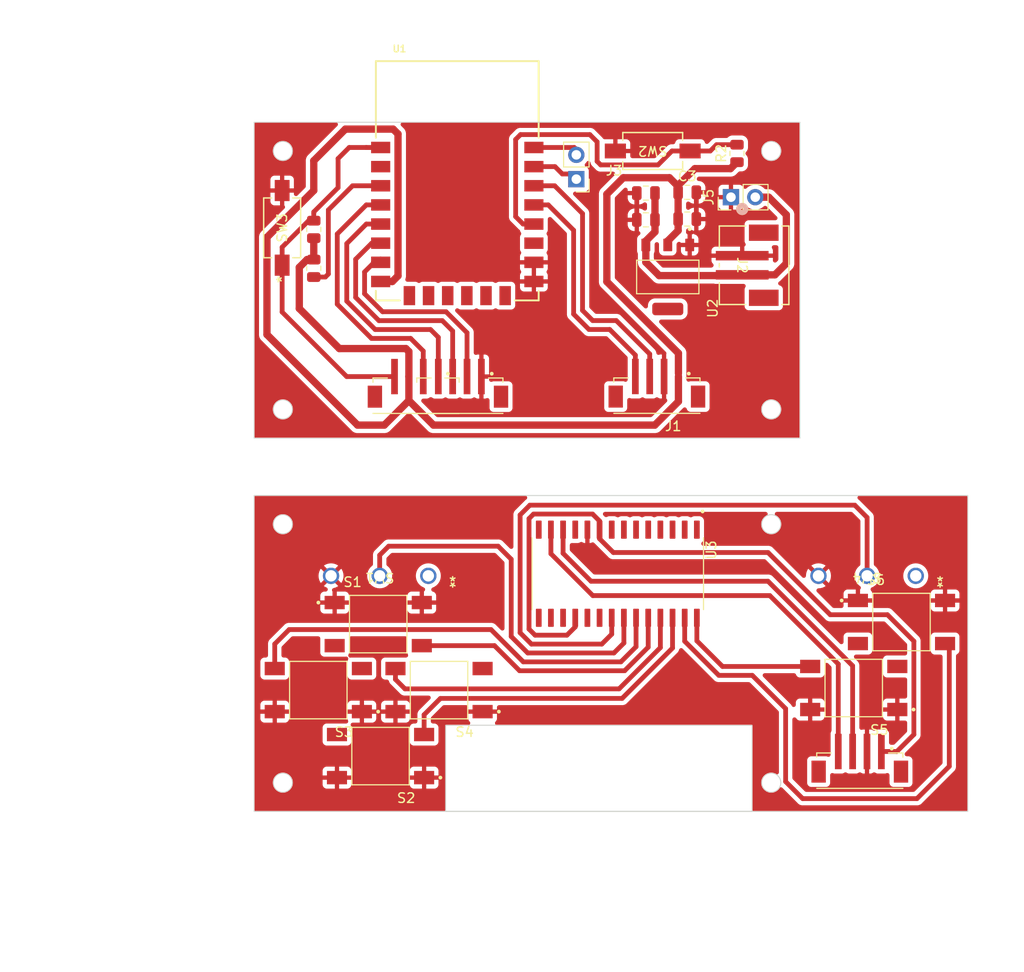
<source format=kicad_pcb>
(kicad_pcb (version 20221018) (generator pcbnew)
  (layers (0 "F.Cu" signal) (31 "B.Cu" signal) (34 "B.Paste" user) (35 "F.Paste" user) (36 "B.SilkS" user "B.Silkscreen") (37 "F.SilkS" user "F.Silkscreen") (38 "B.Mask" user) (39 "F.Mask" user) (44 "Edge.Cuts" user))
  (net 0 "")
  (net 1 "GND")
  (net 2 "VCC")
  (net 3 "/SCK_mcp")
  (net 4 "/SDA_mcp")
  (net 5 "Net-(J1-SHIELD-PadS1)")
  (net 6 "Net-(J3-Pin_1)")
  (net 7 "Net-(J3-Pin_2)")
  (net 8 "/boot")
  (net 9 "Net-(U1-EN)")
  (net 17 "/VIN")
  (net 18 "Net-(J4-SHIELD-PadS1)")
  (net 19 "/RST")
  (net 20 "/CS")
  (net 21 "/SCK_screen")
  (net 22 "/SDA_screen")
  (net 25 "/up")
  (net 26 "/down")
  (net 29 "/left")
  (net 30 "/right")
  (net 31 "/A")
  (net 32 "/B")
  (net 33 "/RL")
  (net 36 "/RR")
  (net 37 "/AO")
  (footprint "Capacitor_SMD:C_0805_2012Metric" (layer "F.Cu") (at 80.9098 32.4015)
    (fp_text reference "C2" hide)
    (fp_text value "C")
    (fp_line (start -0.261252 -0.735) (end 0.261252 -0.735) (stroke (width 0.12)) (layer "F.SilkS"))
    (fp_line (start -0.261252 0.735) (end 0.261252 0.735) (stroke (width 0.12)) (layer "F.SilkS"))
    (pad "1" smd roundrect (at -0.95 0) (size 1 1.45) (layers "F.Cu" "F.Paste" "F.Mask") (net 1 "GND"))
    (pad "2" smd roundrect (at 0.95 0) (size 1 1.45) (layers "F.Cu" "F.Paste" "F.Mask") (net 17 "/VIN"))
  )
  (footprint "esp_lib:JST_B4B-ZR-SM4-TFT_LF__SN_" (layer "F.Cu") (at 82.06 53.562 180)
    (fp_text reference "J1" (at -1.706 -3.2) (layer "F.SilkS"))
    (fp_text value "B4B-ZR-SM4-TFT_LF__SN_" hide)
    (fp_line (start -4.5 -1.85) (end 4.5 -1.85) (stroke (width 0.127)) (layer "F.SilkS"))
    (fp_line (start -4.5 1.4) (end -4.5 1.85) (stroke (width 0.127)) (layer "F.SilkS"))
    (fp_line (start -4.5 1.85) (end -3 1.85) (stroke (width 0.127)) (layer "F.SilkS"))
    (fp_line (start 4.5 1.4) (end 4.5 1.85) (stroke (width 0.127)) (layer "F.SilkS"))
    (fp_line (start 4.5 1.85) (end 3 1.85) (stroke (width 0.127)) (layer "F.SilkS"))
    (fp_circle (center -3.331 2.3) (end -3.231 2.3) (stroke (width 0.2)) (fill none) (layer "F.SilkS"))
    (pad "1" smd rect (at -2.25 2) (size 0.7 3.7) (layers "F.Cu" "F.Paste" "F.Mask") (net 2 "VCC"))
    (pad "2" smd rect (at -0.75 2) (size 0.7 3.7) (layers "F.Cu" "F.Paste" "F.Mask") (net 1 "GND"))
    (pad "3" smd rect (at 0.75 2) (size 0.7 3.7) (layers "F.Cu" "F.Paste" "F.Mask") (net 3 "/SCK_mcp"))
    (pad "4" smd rect (at 2.25 2) (size 0.7 3.7) (layers "F.Cu" "F.Paste" "F.Mask") (net 4 "/SDA_mcp"))
    (pad "S1" smd rect (at 4.3 -0.1) (size 1.5 2.3) (layers "F.Cu" "F.Paste" "F.Mask") (net 5 "Net-(J1-SHIELD-PadS1)"))
    (pad "S2" smd rect (at -4.3 -0.1) (size 1.5 2.3) (layers "F.Cu" "F.Paste" "F.Mask") (net 5 "Net-(J1-SHIELD-PadS1)"))
  )
  (footprint "esp_lib:switch_6" (layer "F.Cu") (at 46.7025 84.328 180)
    (fp_text reference "S3" (at -2.675 -4.385) (layer "F.SilkS"))
    (fp_text value "left")
    (fp_line (start -3 -3) (end -3 3) (stroke (width 0.127)) (layer "F.SilkS"))
    (fp_line (start -3 3) (end 3 3) (stroke (width 0.127)) (layer "F.SilkS"))
    (fp_line (start 3 -3) (end -3 -3) (stroke (width 0.127)) (layer "F.SilkS"))
    (fp_line (start 3 3) (end 3 -3) (stroke (width 0.127)) (layer "F.SilkS"))
    (fp_circle (center -6.25 -2.25) (end -6.15 -2.25) (stroke (width 0.2)) (fill none) (layer "F.SilkS"))
    (pad "1" smd rect (at -4.55 -2.25 180) (size 2.1 1.4) (layers "F.Cu" "F.Paste" "F.Mask") (net 1 "GND"))
    (pad "2" smd rect (at -4.55 2.25 180) (size 2.1 1.4) (layers "F.Cu" "F.Paste" "F.Mask"))
    (pad "3" smd rect (at 4.55 -2.25 180) (size 2.1 1.4) (layers "F.Cu" "F.Paste" "F.Mask") (net 1 "GND"))
    (pad "4" smd rect (at 4.55 2.25 180) (size 2.1 1.4) (layers "F.Cu" "F.Paste" "F.Mask") (net 29 "/left"))
  )
  (footprint "esp_lib:B7B-ZR-SM4-TBLFSN_JST" (layer "F.Cu") (at 59.2332 51.8242 180)
    (fp_text reference "J6" hide)
    (fp_text value "B7B-ZR-SM4-TFT_LF__SN_")
    (fp_line (start -6.75 -3.596) (end 2.25 -3.596) (stroke (width 0.127)) (layer "F.SilkS"))
    (fp_line (start -6.75 -0.346) (end -6.75 0.104) (stroke (width 0.127)) (layer "F.SilkS"))
    (fp_line (start -6.75 0.104) (end -5.25 0.104) (stroke (width 0.127)) (layer "F.SilkS"))
    (fp_line (start -2.178 -3.596) (end 6.822 -3.596) (stroke (width 0.127)) (layer "F.SilkS"))
    (fp_line (start -2.178 -0.346) (end -2.178 0.104) (stroke (width 0.127)) (layer "F.SilkS"))
    (fp_line (start -2.178 0.104) (end -0.678 0.104) (stroke (width 0.127)) (layer "F.SilkS"))
    (fp_line (start 2.25 -0.346) (end 2.25 0.104) (stroke (width 0.127)) (layer "F.SilkS"))
    (fp_line (start 2.25 0.104) (end 0.75 0.104) (stroke (width 0.127)) (layer "F.SilkS"))
    (fp_line (start 6.822 -0.346) (end 6.822 0.104) (stroke (width 0.127)) (layer "F.SilkS"))
    (fp_line (start 6.822 0.104) (end 5.322 0.104) (stroke (width 0.127)) (layer "F.SilkS"))
    (fp_circle (center -5.581 0.554) (end -5.481 0.554) (stroke (width 0.2)) (fill none) (layer "F.SilkS"))
    (fp_circle (center -1.009 0.554) (end -0.909 0.554) (stroke (width 0.2)) (fill none) (layer "F.SilkS"))
    (pad "1" smd rect (at -4.5 0.254) (size 0.7 3.7) (layers "F.Cu" "F.Paste" "F.Mask") (net 1 "GND"))
    (pad "2" smd rect (at -3 0.254) (size 0.7 3.7) (layers "F.Cu" "F.Paste" "F.Mask") (net 21 "/SCK_screen"))
    (pad "3" smd rect (at -1.5 0.254) (size 0.7 3.7) (layers "F.Cu" "F.Paste" "F.Mask") (net 20 "/CS"))
    (pad "4" smd rect (at 0 0.254) (size 0.7 3.7) (layers "F.Cu" "F.Paste" "F.Mask") (net 22 "/SDA_screen"))
    (pad "5" smd rect (at 1.572 0.254) (size 0.7 3.7) (layers "F.Cu" "F.Paste" "F.Mask") (net 37 "/AO"))
    (pad "6" smd rect (at 3.072 0.254) (size 0.7 3.7) (layers "F.Cu" "F.Paste" "F.Mask") (net 2 "VCC"))
    (pad "7" smd rect (at 4.572 0.254) (size 0.7 3.7) (layers "F.Cu" "F.Paste" "F.Mask") (net 19 "/RST"))
    (pad "S1" smd rect (at 6.622 -1.846) (size 1.5 2.3) (layers "F.Cu" "F.Paste" "F.Mask"))
    (pad "S2" smd rect (at -6.55 -1.846) (size 1.5 2.3) (layers "F.Cu" "F.Paste" "F.Mask"))
  )
  (footprint "esp_lib:ESP-12F" (layer "F.Cu") (at 61.214 31.115)
    (fp_text reference "U1" (at -6.03654 -13.788698) (layer "F.SilkS") (effects (font (size 0.700469 0.700469))))
    (fp_text value "ESP-12F")
    (fp_line (start -8.5 -12.5) (end -8.5 -4.5) (stroke (width 0.2)) (layer "F.SilkS"))
    (fp_line (start -8.5 -12.5) (end 8.5 -12.5) (stroke (width 0.2)) (layer "F.SilkS"))
    (fp_line (start -8.5 11.5) (end -8.5 12.5) (stroke (width 0.2)) (layer "F.SilkS"))
    (fp_line (start -8.5 12.5) (end -6 12.5) (stroke (width 0.2)) (layer "F.SilkS"))
    (fp_line (start 8.5 -12.5) (end 8.5 -4.5) (stroke (width 0.2)) (layer "F.SilkS"))
    (fp_line (start 8.5 12.5) (end 6 12.5) (stroke (width 0.2)) (layer "F.SilkS"))
    (fp_line (start 8.5 12.5) (end 8.5 11.5) (stroke (width 0.2)) (layer "F.SilkS"))
    (pad "1" smd rect (at -8 -3.48) (size 2 1.2) (layers "F.Cu" "F.Paste" "F.Mask") (net 19 "/RST"))
    (pad "2" smd rect (at -8 -1.48) (size 2 1.2) (layers "F.Cu" "F.Paste" "F.Mask"))
    (pad "3" smd rect (at -8 0.52) (size 2 1.2) (layers "F.Cu" "F.Paste" "F.Mask") (net 9 "Net-(U1-EN)"))
    (pad "4" smd rect (at -8 2.52) (size 2 1.2) (layers "F.Cu" "F.Paste" "F.Mask") (net 37 "/AO"))
    (pad "5" smd rect (at -8 4.52) (size 2 1.2) (layers "F.Cu" "F.Paste" "F.Mask") (net 22 "/SDA_screen"))
    (pad "6" smd rect (at -8 6.52) (size 2 1.2) (layers "F.Cu" "F.Paste" "F.Mask") (net 20 "/CS"))
    (pad "7" smd rect (at -8 8.52) (size 2 1.2) (layers "F.Cu" "F.Paste" "F.Mask") (net 21 "/SCK_screen"))
    (pad "8" smd rect (at -8 10.52) (size 2 1.2) (layers "F.Cu" "F.Paste" "F.Mask") (net 2 "VCC"))
    (pad "9" smd rect (at -5 12 90) (size 2 1.2) (layers "F.Cu" "F.Paste" "F.Mask"))
    (pad "10" smd rect (at -3 12 90) (size 2 1.2) (layers "F.Cu" "F.Paste" "F.Mask"))
    (pad "11" smd rect (at -1 12 90) (size 2 1.2) (layers "F.Cu" "F.Paste" "F.Mask"))
    (pad "12" smd rect (at 1 12 90) (size 2 1.2) (layers "F.Cu" "F.Paste" "F.Mask"))
    (pad "13" smd rect (at 3 12 90) (size 2 1.2) (layers "F.Cu" "F.Paste" "F.Mask"))
    (pad "14" smd rect (at 5 12 90) (size 2 1.2) (layers "F.Cu" "F.Paste" "F.Mask"))
    (pad "15" smd rect (at 8 10.52) (size 2 1.2) (layers "F.Cu" "F.Paste" "F.Mask") (net 1 "GND"))
    (pad "16" smd rect (at 8 8.52) (size 2 1.2) (layers "F.Cu" "F.Paste" "F.Mask") (net 1 "GND"))
    (pad "17" smd rect (at 8 6.52) (size 2 1.2) (layers "F.Cu" "F.Paste" "F.Mask"))
    (pad "18" smd rect (at 8 4.52) (size 2 1.2) (layers "F.Cu" "F.Paste" "F.Mask") (net 8 "/boot"))
    (pad "19" smd rect (at 8 2.52) (size 2 1.2) (layers "F.Cu" "F.Paste" "F.Mask") (net 4 "/SDA_mcp"))
    (pad "20" smd rect (at 8 0.52) (size 2 1.2) (layers "F.Cu" "F.Paste" "F.Mask") (net 3 "/SCK_mcp"))
    (pad "21" smd rect (at 8 -1.48) (size 2 1.2) (layers "F.Cu" "F.Paste" "F.Mask") (net 6 "Net-(J3-Pin_1)"))
    (pad "22" smd rect (at 8 -3.48) (size 2 1.2) (layers "F.Cu" "F.Paste" "F.Mask") (net 7 "Net-(J3-Pin_2)"))
  )
  (footprint "esp_lib:RS-282G05A3-SM RT_CNK" (layer "F.Cu") (at 42.926 36.031698 90)
    (fp_text reference "SW3" (at 0 0 90 unlocked) (layer "F.SilkS"))
    (fp_text value "RS-282G05A3-SM RT")
    (fp_text user "*" (at -5.3866 0 90 unlocked) (layer "F.SilkS"))
    (fp_text user "*" (at -5.3866 0 90) (layer "F.SilkS"))
    (fp_line (start -3.1242 -1.9304) (end -3.1242 -1.10744) (stroke (width 0.1524)) (layer "F.SilkS"))
    (fp_line (start -3.1242 1.10744) (end -3.1242 1.9304) (stroke (width 0.1524)) (layer "F.SilkS"))
    (fp_line (start -3.1242 1.9304) (end 3.1242 1.9304) (stroke (width 0.1524)) (layer "F.SilkS"))
    (fp_line (start 3.1242 -1.9304) (end -3.1242 -1.9304) (stroke (width 0.1524)) (layer "F.SilkS"))
    (fp_line (start 3.1242 -1.10744) (end 3.1242 -1.9304) (stroke (width 0.1524)) (layer "F.SilkS"))
    (fp_line (start 3.1242 1.9304) (end 3.1242 1.10744) (stroke (width 0.1524)) (layer "F.SilkS"))
    (pad "1" smd rect (at -3.900698 0 90) (size 2.2098 1.5494) (layers "F.Cu" "F.Paste" "F.Mask") (net 19 "/RST"))
    (pad "2" smd rect (at 3.900698 0 90) (size 2.2098 1.5494) (layers "F.Cu" "F.Paste" "F.Mask") (net 1 "GND"))
  )
  (footprint "esp_lib:D2FS-FL-N-A_OMR" (layer "F.Cu") (at 58.1914 72.39 180)
    (fp_text reference "SW1" (at 5.08 -0.199898 180 unlocked) (layer "F.SilkS"))
    (fp_text value "D2FS-FL-N-A")
    (fp_text user "*" (at -2.54 -0.635 180 unlocked) (layer "F.SilkS"))
    (fp_text user "*" (at -2.54 -0.635) (layer "F.SilkS"))
    (pad "1" thru_hole circle (at 0 0 180) (size 1.7018 1.7018) (drill 1.1938) (layers "*.Cu" "*.Mask"))
    (pad "2" thru_hole circle (at 5.08 0 180) (size 1.7018 1.7018) (drill 1.1938) (layers "*.Cu" "*.Mask") (net 33 "/RL"))
    (pad "3" thru_hole circle (at 10.16 0 180) (size 1.7018 1.7018) (drill 1.1938) (layers "*.Cu" "*.Mask") (net 1 "GND"))
  )
  (footprint "esp_lib:switch_6" (layer "F.Cu") (at 53.2015 91.222 180)
    (fp_text reference "S2" (at -2.675 -4.385) (layer "F.SilkS"))
    (fp_text value "down")
    (fp_line (start -3 -3) (end -3 3) (stroke (width 0.127)) (layer "F.SilkS"))
    (fp_line (start -3 3) (end 3 3) (stroke (width 0.127)) (layer "F.SilkS"))
    (fp_line (start 3 -3) (end -3 -3) (stroke (width 0.127)) (layer "F.SilkS"))
    (fp_line (start 3 3) (end 3 -3) (stroke (width 0.127)) (layer "F.SilkS"))
    (fp_circle (center -6.25 -2.25) (end -6.15 -2.25) (stroke (width 0.2)) (fill none) (layer "F.SilkS"))
    (pad "1" smd rect (at -4.55 -2.25 180) (size 2.1 1.4) (layers "F.Cu" "F.Paste" "F.Mask") (net 1 "GND"))
    (pad "2" smd rect (at -4.55 2.25 180) (size 2.1 1.4) (layers "F.Cu" "F.Paste" "F.Mask") (net 26 "/down"))
    (pad "3" smd rect (at 4.55 -2.25 180) (size 2.1 1.4) (layers "F.Cu" "F.Paste" "F.Mask") (net 1 "GND"))
    (pad "4" smd rect (at 4.55 2.25 180) (size 2.1 1.4) (layers "F.Cu" "F.Paste" "F.Mask"))
  )
  (footprint "Resistor_SMD:R_0805_2012Metric" (layer "F.Cu") (at 90.424 28.256 90)
    (fp_text reference "R2" (at 0 -1.65 90) (layer "F.SilkS"))
    (fp_text value "R")
    (fp_line (start -0.227064 -0.735) (end 0.227064 -0.735) (stroke (width 0.12)) (layer "F.SilkS"))
    (fp_line (start -0.227064 0.735) (end 0.227064 0.735) (stroke (width 0.12)) (layer "F.SilkS"))
    (pad "1" smd roundrect (at -0.9125 0 90) (size 1.025 1.4) (layers "F.Cu" "F.Paste" "F.Mask") (roundrect_rratio 0.243902439) (net 2 "VCC"))
    (pad "2" smd roundrect (at 0.9125 0 90) (size 1.025 1.4) (layers "F.Cu" "F.Paste" "F.Mask") (roundrect_rratio 0.243902439) (net 8 "/boot"))
  )
  (footprint "Connector_PinHeader_2.54mm:PinHeader_1x02_P2.54mm_Vertical" (layer "F.Cu") (at 89.7948 32.828 90)
    (fp_text reference "J5" (at 0 -2.33 90) (layer "F.SilkS"))
    (fp_text value "Conn_01x02_Pin")
    (fp_line (start -1.33 -1.33) (end 0 -1.33) (stroke (width 0.12)) (layer "F.SilkS"))
    (fp_line (start -1.33 0) (end -1.33 -1.33) (stroke (width 0.12)) (layer "F.SilkS"))
    (fp_line (start -1.33 1.27) (end -1.33 3.87) (stroke (width 0.12)) (layer "F.SilkS"))
    (fp_line (start -1.33 1.27) (end 1.33 1.27) (stroke (width 0.12)) (layer "F.SilkS"))
    (fp_line (start -1.33 3.87) (end 1.33 3.87) (stroke (width 0.12)) (layer "F.SilkS"))
    (fp_line (start 1.33 1.27) (end 1.33 3.87) (stroke (width 0.12)) (layer "F.SilkS"))
    (pad "1" thru_hole rect (at 0 0 90) (size 1.7 1.7) (drill 1) (layers "*.Cu" "*.Mask") (net 1 "GND"))
    (pad "2" thru_hole oval (at 0 2.54 90) (size 1.7 1.7) (drill 1) (layers "*.Cu" "*.Mask") (net 17 "/VIN"))
  )
  (footprint "Resistor_SMD:R_0805_2012Metric" (layer "F.Cu") (at 46.228 36.195 -90)
    (fp_text reference "R1" hide)
    (fp_text value "R" hide)
    (fp_line (start -0.227064 -0.735) (end 0.227064 -0.735) (stroke (width 0.12)) (layer "F.SilkS"))
    (fp_line (start -0.227064 0.735) (end 0.227064 0.735) (stroke (width 0.12)) (layer "F.SilkS"))
    (pad "1" smd roundrect (at -0.9125 0 270) (size 1.025 1.4) (layers "F.Cu" "F.Paste" "F.Mask") (roundrect_rratio 0.243902439) (net 19 "/RST"))
    (pad "2" smd roundrect (at 0.9125 0 270) (size 1.025 1.4) (layers "F.Cu" "F.Paste" "F.Mask") (roundrect_rratio 0.243902439) (net 2 "VCC"))
  )
  (footprint "esp_lib:MCP23017" (layer "F.Cu") (at 77.978 72.169 -90)
    (fp_text reference "U3" (at -2.475 -9.762 -270) (layer "F.SilkS"))
    (fp_text value "MCP23017-E_SO")
    (fp_line (start -3.75 -8.95) (end 3.75 -8.95) (stroke (width 0.127)) (layer "F.SilkS"))
    (fp_line (start -3.75 8.95) (end 3.75 8.95) (stroke (width 0.127)) (layer "F.SilkS"))
    (fp_circle (center -6.505 -8.855) (end -6.405 -8.855) (stroke (width 0.2)) (fill none) (layer "F.SilkS"))
    (pad "1" smd roundrect (at -4.605 -8.255 270) (size 1.9 0.6) (layers "F.Cu" "F.Paste" "F.Mask") (roundrect_rratio 0.125))
    (pad "2" smd roundrect (at -4.605 -6.985 270) (size 1.9 0.6) (layers "F.Cu" "F.Paste" "F.Mask") (roundrect_rratio 0.125))
    (pad "3" smd roundrect (at -4.605 -5.715 270) (size 1.9 0.6) (layers "F.Cu" "F.Paste" "F.Mask") (roundrect_rratio 0.125))
    (pad "4" smd roundrect (at -4.605 -4.445 270) (size 1.9 0.6) (layers "F.Cu" "F.Paste" "F.Mask") (roundrect_rratio 0.125))
    (pad "5" smd roundrect (at -4.605 -3.175 270) (size 1.9 0.6) (layers "F.Cu" "F.Paste" "F.Mask") (roundrect_rratio 0.125))
    (pad "6" smd roundrect (at -4.605 -1.905 270) (size 1.9 0.6) (layers "F.Cu" "F.Paste" "F.Mask") (roundrect_rratio 0.125))
    (pad "7" smd roundrect (at -4.605 -0.635 270) (size 1.9 0.6) (layers "F.Cu" "F.Paste" "F.Mask") (roundrect_rratio 0.125))
    (pad "8" smd roundrect (at -4.605 0.635 270) (size 1.9 0.6) (layers "F.Cu" "F.Paste" "F.Mask") (roundrect_rratio 0.125))
    (pad "9" smd roundrect (at -4.605 1.905 270) (size 1.9 0.6) (layers "F.Cu" "F.Paste" "F.Mask") (roundrect_rratio 0.125) (net 2 "VCC"))
    (pad "10" smd roundrect (at -4.605 3.175 270) (size 1.9 0.6) (layers "F.Cu" "F.Paste" "F.Mask") (roundrect_rratio 0.125) (net 1 "GND"))
    (pad "11" smd roundrect (at -4.605 4.445 270) (size 1.9 0.6) (layers "F.Cu" "F.Paste" "F.Mask") (roundrect_rratio 0.125))
    (pad "12" smd roundrect (at -4.605 5.715 270) (size 1.9 0.6) (layers "F.Cu" "F.Paste" "F.Mask") (roundrect_rratio 0.125) (net 3 "/SCK_mcp"))
    (pad "13" smd roundrect (at -4.605 6.985 270) (size 1.9 0.6) (layers "F.Cu" "F.Paste" "F.Mask") (roundrect_rratio 0.125) (net 4 "/SDA_mcp"))
    (pad "14" smd roundrect (at -4.605 8.255 270) (size 1.9 0.6) (layers "F.Cu" "F.Paste" "F.Mask") (roundrect_rratio 0.125))
    (pad "15" smd roundrect (at 4.605 8.255 270) (size 1.9 0.6) (layers "F.Cu" "F.Paste" "F.Mask") (roundrect_rratio 0.125))
    (pad "16" smd roundrect (at 4.605 6.985 270) (size 1.9 0.6) (layers "F.Cu" "F.Paste" "F.Mask") (roundrect_rratio 0.125))
    (pad "17" smd roundrect (at 4.605 5.715 270) (size 1.9 0.6) (layers "F.Cu" "F.Paste" "F.Mask") (roundrect_rratio 0.125))
    (pad "18" smd roundrect (at 4.605 4.445 270) (size 1.9 0.6) (layers "F.Cu" "F.Paste" "F.Mask") (roundrect_rratio 0.125) (net 2 "VCC"))
    (pad "19" smd roundrect (at 4.605 3.175 270) (size 1.9 0.6) (layers "F.Cu" "F.Paste" "F.Mask") (roundrect_rratio 0.125))
    (pad "20" smd roundrect (at 4.605 1.905 270) (size 1.9 0.6) (layers "F.Cu" "F.Paste" "F.Mask") (roundrect_rratio 0.125))
    (pad "21" smd roundrect (at 4.605 0.635 270) (size 1.9 0.6) (layers "F.Cu" "F.Paste" "F.Mask") (roundrect_rratio 0.125) (net 36 "/RR"))
    (pad "22" smd roundrect (at 4.605 -0.635 270) (size 1.9 0.6) (layers "F.Cu" "F.Paste" "F.Mask") (roundrect_rratio 0.125) (net 33 "/RL"))
    (pad "23" smd roundrect (at 4.605 -1.905 270) (size 1.9 0.6) (layers "F.Cu" "F.Paste" "F.Mask") (roundrect_rratio 0.125) (net 29 "/left"))
    (pad "24" smd roundrect (at 4.605 -3.175 270) (size 1.9 0.6) (layers "F.Cu" "F.Paste" "F.Mask") (roundrect_rratio 0.125) (net 25 "/up"))
    (pad "25" smd roundrect (at 4.605 -4.445 270) (size 1.9 0.6) (layers "F.Cu" "F.Paste" "F.Mask") (roundrect_rratio 0.125) (net 30 "/right"))
    (pad "26" smd roundrect (at 4.605 -5.715 270) (size 1.9 0.6) (layers "F.Cu" "F.Paste" "F.Mask") (roundrect_rratio 0.125) (net 26 "/down"))
    (pad "27" smd roundrect (at 4.605 -6.985 270) (size 1.9 0.6) (layers "F.Cu" "F.Paste" "F.Mask") (roundrect_rratio 0.125) (net 32 "/B"))
    (pad "28" smd roundrect (at 4.605 -8.255 270) (size 1.9 0.6) (layers "F.Cu" "F.Paste" "F.Mask") (roundrect_rratio 0.125) (net 31 "/A"))
  )
  (footprint "Capacitor_SMD:C_0805_2012Metric" (layer "F.Cu") (at 85.2278 32.32)
    (fp_text reference "C3" (at 0 -1.68) (layer "F.SilkS"))
    (fp_text value "C")
    (fp_line (start -0.261252 -0.735) (end 0.261252 -0.735) (stroke (width 0.12)) (layer "F.SilkS"))
    (fp_line (start -0.261252 0.735) (end 0.261252 0.735) (stroke (width 0.12)) (layer "F.SilkS"))
    (pad "1" smd roundrect (at -0.95 0) (size 1 1.45) (layers "F.Cu" "F.Paste" "F.Mask") (net 2 "VCC"))
    (pad "2" smd roundrect (at 0.95 0) (size 1 1.45) (layers "F.Cu" "F.Paste" "F.Mask") (net 1 "GND"))
  )
  (footprint "esp_lib:switch_6" (layer "F.Cu") (at 59.309 84.328 180)
    (fp_text reference "S4" (at -2.675 -4.385) (layer "F.SilkS"))
    (fp_text value "right" hide)
    (fp_line (start -3 -3) (end -3 3) (stroke (width 0.127)) (layer "F.SilkS"))
    (fp_line (start -3 3) (end 3 3) (stroke (width 0.127)) (layer "F.SilkS"))
    (fp_line (start 3 -3) (end -3 -3) (stroke (width 0.127)) (layer "F.SilkS"))
    (fp_line (start 3 3) (end 3 -3) (stroke (width 0.127)) (layer "F.SilkS"))
    (fp_circle (center -6.25 -2.25) (end -6.15 -2.25) (stroke (width 0.2)) (fill none) (layer "F.SilkS"))
    (pad "1" smd rect (at -4.55 -2.25 180) (size 2.1 1.4) (layers "F.Cu" "F.Paste" "F.Mask") (net 1 "GND"))
    (pad "2" smd rect (at -4.55 2.25 180) (size 2.1 1.4) (layers "F.Cu" "F.Paste" "F.Mask"))
    (pad "3" smd rect (at 4.55 -2.25 180) (size 2.1 1.4) (layers "F.Cu" "F.Paste" "F.Mask") (net 1 "GND"))
    (pad "4" smd rect (at 4.55 2.25 180) (size 2.1 1.4) (layers "F.Cu" "F.Paste" "F.Mask") (net 30 "/right"))
  )
  (footprint "esp_lib:SOT229P700X180-4N" (layer "F.Cu") (at 83.1958 41.1645 -90)
    (fp_text reference "U2" (at 3.2755 -4.695 90) (layer "F.SilkS"))
    (fp_text value "AMS1117-3.3" hide)
    (fp_line (start -1.7525 -3.2525) (end 1.7525 -3.2525) (stroke (width 0.127)) (layer "F.SilkS"))
    (fp_line (start -1.7525 3.2525) (end -1.7525 -3.2525) (stroke (width 0.127)) (layer "F.SilkS"))
    (fp_line (start 1.7525 -3.2525) (end 1.7525 3.2525) (stroke (width 0.127)) (layer "F.SilkS"))
    (fp_line (start 1.7525 3.2525) (end -1.7525 3.2525) (stroke (width 0.127)) (layer "F.SilkS"))
    (fp_circle (center -5 -2.29) (end -4.9 -2.29) (stroke (width 0.2)) (fill none) (layer "F.SilkS"))
    (pad "1" smd roundrect (at -3.345 -2.29 270) (size 1.31 0.93) (layers "F.Cu" "F.Paste" "F.Mask") (roundrect_rratio 0.07) (net 1 "GND"))
    (pad "2" smd roundrect (at -3.345 0 270) (size 1.31 0.93) (layers "F.Cu" "F.Paste" "F.Mask") (roundrect_rratio 0.07) (net 2 "VCC"))
    (pad "3" smd roundrect (at -3.345 2.29 270) (size 1.31 0.93) (layers "F.Cu" "F.Paste" "F.Mask") (roundrect_rratio 0.07) (net 17 "/VIN"))
    (pad "4" smd roundrect (at 3.345 0 270) (size 1.31 3.24) (layers "F.Cu" "F.Paste" "F.Mask") (roundrect_rratio 0.24))
  )
  (footprint "esp_lib:switch_6" (layer "F.Cu") (at 102.616 84.11 180)
    (fp_text reference "S5" (at -2.675 -4.385) (layer "F.SilkS"))
    (fp_text value "A" hide)
    (fp_line (start -3 -3) (end -3 3) (stroke (width 0.127)) (layer "F.SilkS"))
    (fp_line (start -3 3) (end 3 3) (stroke (width 0.127)) (layer "F.SilkS"))
    (fp_line (start 3 -3) (end -3 -3) (stroke (width 0.127)) (layer "F.SilkS"))
    (fp_line (start 3 3) (end 3 -3) (stroke (width 0.127)) (layer "F.SilkS"))
    (fp_circle (center -6.25 -2.25) (end -6.15 -2.25) (stroke (width 0.2)) (fill none) (layer "F.SilkS"))
    (pad "1" smd rect (at -4.55 -2.25 180) (size 2.1 1.4) (layers "F.Cu" "F.Paste" "F.Mask") (net 1 "GND"))
    (pad "2" smd rect (at -4.55 2.25 180) (size 2.1 1.4) (layers "F.Cu" "F.Paste" "F.Mask"))
    (pad "3" smd rect (at 4.55 -2.25 180) (size 2.1 1.4) (layers "F.Cu" "F.Paste" "F.Mask") (net 1 "GND"))
    (pad "4" smd rect (at 4.55 2.25 180) (size 2.1 1.4) (layers "F.Cu" "F.Paste" "F.Mask") (net 31 "/A"))
  )
  (footprint "esp_lib:switch_6" (layer "F.Cu") (at 107.6025 77.216)
    (fp_text reference "S6" (at -2.675 -4.385) (layer "F.SilkS"))
    (fp_text value "B")
    (fp_line (start -3 -3) (end -3 3) (stroke (width 0.127)) (layer "F.SilkS"))
    (fp_line (start -3 3) (end 3 3) (stroke (width 0.127)) (layer "F.SilkS"))
    (fp_line (start 3 -3) (end -3 -3) (stroke (width 0.127)) (layer "F.SilkS"))
    (fp_line (start 3 3) (end 3 -3) (stroke (width 0.127)) (layer "F.SilkS"))
    (fp_circle (center -6.25 -2.25) (end -6.15 -2.25) (stroke (width 0.2)) (fill none) (layer "F.SilkS"))
    (pad "1" smd rect (at -4.55 -2.25) (size 2.1 1.4) (layers "F.Cu" "F.Paste" "F.Mask") (net 1 "GND"))
    (pad "2" smd rect (at -4.55 2.25) (size 2.1 1.4) (layers "F.Cu" "F.Paste" "F.Mask"))
    (pad "3" smd rect (at 4.55 -2.25) (size 2.1 1.4) (layers "F.Cu" "F.Paste" "F.Mask") (net 1 "GND"))
    (pad "4" smd rect (at 4.55 2.25) (size 2.1 1.4) (layers "F.Cu" "F.Paste" "F.Mask") (net 32 "/B"))
  )
  (footprint "esp_lib:D2FS-FL-N-A_OMR" (layer "F.Cu") (at 109.093 72.39 180)
    (fp_text reference "SW4" (at 5.08 -0.199898 180 unlocked) (layer "F.SilkS"))
    (fp_text value "D2FS-FL-N-A")
    (fp_text user "*" (at -2.54 -0.635) (layer "F.SilkS"))
    (fp_text user "*" (at -2.54 -0.635 180 unlocked) (layer "F.SilkS"))
    (pad "1" thru_hole circle (at 0 0 180) (size 1.7018 1.7018) (drill 1.1938) (layers "*.Cu" "*.Mask"))
    (pad "2" thru_hole circle (at 5.08 0 180) (size 1.7018 1.7018) (drill 1.1938) (layers "*.Cu" "*.Mask") (net 36 "/RR"))
    (pad "3" thru_hole circle (at 10.16 0 180) (size 1.7018 1.7018) (drill 1.1938) (layers "*.Cu" "*.Mask") (net 1 "GND"))
  )
  (footprint "Capacitor_SMD:C_0805_2012Metric" (layer "F.Cu") (at 85.2278 35.114)
    (fp_text reference "C4" hide)
    (fp_text value "C")
    (fp_line (start -0.261252 -0.735) (end 0.261252 -0.735) (stroke (width 0.12)) (layer "F.SilkS"))
    (fp_line (start -0.261252 0.735) (end 0.261252 0.735) (stroke (width 0.12)) (layer "F.SilkS"))
    (pad "1" smd roundrect (at -0.95 0) (size 1 1.45) (layers "F.Cu" "F.Paste" "F.Mask") (net 2 "VCC"))
    (pad "2" smd roundrect (at 0.95 0) (size 1 1.45) (layers "F.Cu" "F.Paste" "F.Mask") (net 1 "GND"))
  )
  (footprint "esp_lib:B2B-PH-SM4-TBLFSN_JST" (layer "F.Cu") (at 92.2128 39.94 -90)
    (fp_text reference "J2" (at 0 1.244801 -90 unlocked) (layer "F.SilkS"))
    (fp_text value "B2B-PH-SM4-TBLFSN")
    (fp_circle (center -5.8801 1.244801) (end -5.4991 1.244801) (stroke (width 0.508)) (fill none) (layer "B.SilkS"))
    (fp_line (start -4.1021 -3.6322) (end -4.1021 -2.88734) (stroke (width 0.1524)) (layer "F.SilkS"))
    (fp_line (start -4.1021 0.87694) (end -4.1021 3.6322) (stroke (width 0.1524)) (layer "F.SilkS"))
    (fp_line (start -4.1021 3.6322) (end -1.828041 3.6322) (stroke (width 0.1524)) (layer "F.SilkS"))
    (fp_line (start -0.171961 3.6322) (end 0.171961 3.6322) (stroke (width 0.1524)) (layer "F.SilkS"))
    (fp_line (start 1.828041 3.6322) (end 4.1021 3.6322) (stroke (width 0.1524)) (layer "F.SilkS"))
    (fp_line (start 4.1021 -3.6322) (end -4.1021 -3.6322) (stroke (width 0.1524)) (layer "F.SilkS"))
    (fp_line (start 4.1021 -2.88734) (end 4.1021 -3.6322) (stroke (width 0.1524)) (layer "F.SilkS"))
    (fp_line (start 4.1021 3.6322) (end 4.1021 0.87694) (stroke (width 0.1524)) (layer "F.SilkS"))
    (fp_circle (center -5.8801 1.244801) (end -5.4991 1.244801) (stroke (width 0.508)) (fill none) (layer "F.SilkS"))
    (pad "1" smd rect (at -1.000001 1.244801 270) (size 0.9906 5.5118) (layers "F.Cu" "F.Paste" "F.Mask") (net 1 "GND"))
    (pad "2" smd rect (at 1.000001 1.244801 270) (size 0.9906 5.5118) (layers "F.Cu" "F.Paste" "F.Mask") (net 17 "/VIN"))
    (pad "3" smd rect (at -3.399998 -1.0052) (size 3.0988 1.7018) (layers "F.Cu" "F.Paste" "F.Mask"))
    (pad "4" smd rect (at 3.399998 -1.0052) (size 3.0988 1.7018) (layers "F.Cu" "F.Paste" "F.Mask"))
  )
  (footprint "esp_lib:switch_6" (layer "F.Cu") (at 52.959 77.434)
    (fp_text reference "S1" (at -2.675 -4.385) (layer "F.SilkS"))
    (fp_text value "up")
    (fp_line (start -3 -3) (end -3 3) (stroke (width 0.127)) (layer "F.SilkS"))
    (fp_line (start -3 3) (end 3 3) (stroke (width 0.127)) (layer "F.SilkS"))
    (fp_line (start 3 -3) (end -3 -3) (stroke (width 0.127)) (layer "F.SilkS"))
    (fp_line (start 3 3) (end 3 -3) (stroke (width 0.127)) (layer "F.SilkS"))
    (fp_circle (center -6.25 -2.25) (end -6.15 -2.25) (stroke (width 0.2)) (fill none) (layer "F.SilkS"))
    (pad "1" smd rect (at -4.55 -2.25) (size 2.1 1.4) (layers "F.Cu" "F.Paste" "F.Mask") (net 1 "GND"))
    (pad "2" smd rect (at -4.55 2.25) (size 2.1 1.4) (layers "F.Cu" "F.Paste" "F.Mask"))
    (pad "3" smd rect (at 4.55 -2.25) (size 2.1 1.4) (layers "F.Cu" "F.Paste" "F.Mask") (net 1 "GND"))
    (pad "4" smd rect (at 4.55 2.25) (size 2.1 1.4) (layers "F.Cu" "F.Paste" "F.Mask") (net 25 "/up"))
  )
  (footprint "Capacitor_SMD:C_0805_2012Metric" (layer "F.Cu") (at 80.9098 35.1955)
    (fp_text reference "C1" hide)
    (fp_text value "C")
    (fp_line (start -0.261252 -0.735) (end 0.261252 -0.735) (stroke (width 0.12)) (layer "F.SilkS"))
    (fp_line (start -0.261252 0.735) (end 0.261252 0.735) (stroke (width 0.12)) (layer "F.SilkS"))
    (pad "1" smd roundrect (at -0.95 0) (size 1 1.45) (layers "F.Cu" "F.Paste" "F.Mask") (net 1 "GND"))
    (pad "2" smd roundrect (at 0.95 0) (size 1 1.45) (layers "F.Cu" "F.Paste" "F.Mask") (net 17 "/VIN"))
  )
  (footprint "Resistor_SMD:R_0805_2012Metric" (layer "F.Cu") (at 46.228 40.259 90)
    (fp_text reference "R4" hide)
    (fp_text value "R" hide)
    (fp_line (start -0.227064 -0.735) (end 0.227064 -0.735) (stroke (width 0.12)) (layer "F.SilkS"))
    (fp_line (start -0.227064 0.735) (end 0.227064 0.735) (stroke (width 0.12)) (layer "F.SilkS"))
    (pad "1" smd roundrect (at -0.9125 0 90) (size 1.025 1.4) (layers "F.Cu" "F.Paste" "F.Mask") (roundrect_rratio 0.243902439) (net 9 "Net-(U1-EN)"))
    (pad "2" smd roundrect (at 0.9125 0 90) (size 1.025 1.4) (layers "F.Cu" "F.Paste" "F.Mask") (roundrect_rratio 0.243902439) (net 2 "VCC"))
  )
  (footprint "esp_lib:RS-282G05A3-SM RT_CNK" (layer "F.Cu") (at 81.624698 28.002 180)
    (fp_text reference "SW2" (at 0 0 180 unlocked) (layer "F.SilkS"))
    (fp_text value "RS-282G05A3-SM RT")
    (fp_line (start -3.1242 -1.9304) (end -3.1242 -1.10744) (stroke (width 0.1524)) (layer "F.SilkS"))
    (fp_line (start -3.1242 1.10744) (end -3.1242 1.9304) (stroke (width 0.1524)) (layer "F.SilkS"))
    (fp_line (start -3.1242 1.9304) (end 3.1242 1.9304) (stroke (width 0.1524)) (layer "F.SilkS"))
    (fp_line (start 3.1242 -1.9304) (end -3.1242 -1.9304) (stroke (width 0.1524)) (layer "F.SilkS"))
    (fp_line (start 3.1242 -1.10744) (end 3.1242 -1.9304) (stroke (width 0.1524)) (layer "F.SilkS"))
    (fp_line (start 3.1242 1.9304) (end 3.1242 1.10744) (stroke (width 0.1524)) (layer "F.SilkS"))
    (pad "1" smd rect (at -3.900698 0 180) (size 2.2098 1.5494) (layers "F.Cu" "F.Paste" "F.Mask") (net 8 "/boot"))
    (pad "2" smd rect (at 3.900698 0 180) (size 2.2098 1.5494) (layers "F.Cu" "F.Paste" "F.Mask") (net 1 "GND"))
  )
  (footprint "esp_lib:JST_B4B-ZR-SM4-TFT_LF__SN_" (layer "F.Cu") (at 103.251 92.746 180)
    (fp_text reference "J4" hide)
    (fp_text value "B4B-ZR-SM4-TFT_LF__SN_" hide)
    (fp_line (start -4.5 -1.85) (end 4.5 -1.85) (stroke (width 0.127)) (layer "F.SilkS"))
    (fp_line (start -4.5 1.4) (end -4.5 1.85) (stroke (width 0.127)) (layer "F.SilkS"))
    (fp_line (start -4.5 1.85) (end -3 1.85) (stroke (width 0.127)) (layer "F.SilkS"))
    (fp_line (start 4.5 1.4) (end 4.5 1.85) (stroke (width 0.127)) (layer "F.SilkS"))
    (fp_line (start 4.5 1.85) (end 3 1.85) (stroke (width 0.127)) (layer "F.SilkS"))
    (fp_circle (center -3.331 2.3) (end -3.231 2.3) (stroke (width 0.2)) (fill none) (layer "F.SilkS"))
    (pad "1" smd rect (at -2.25 2) (size 0.7 3.7) (layers "F.Cu" "F.Paste" "F.Mask") (net 2 "VCC"))
    (pad "2" smd rect (at -0.75 2) (size 0.7 3.7) (layers "F.Cu" "F.Paste" "F.Mask") (net 1 "GND"))
    (pad "3" smd rect (at 0.75 2) (size 0.7 3.7) (layers "F.Cu" "F.Paste" "F.Mask") (net 3 "/SCK_mcp"))
    (pad "4" smd rect (at 2.25 2) (size 0.7 3.7) (layers "F.Cu" "F.Paste" "F.Mask") (net 4 "/SDA_mcp"))
    (pad "S1" smd rect (at 4.3 -0.1) (size 1.5 2.3) (layers "F.Cu" "F.Paste" "F.Mask") (net 18 "Net-(J4-SHIELD-PadS1)"))
    (pad "S2" smd rect (at -4.3 -0.1) (size 1.5 2.3) (layers "F.Cu" "F.Paste" "F.Mask") (net 18 "Net-(J4-SHIELD-PadS1)"))
  )
  (footprint "Connector_PinHeader_2.54mm:PinHeader_1x02_P2.54mm_Vertical" (layer "F.Cu") (at 73.647968 30.944 180)
    (fp_text reference "J3" (at -3.937 0.889 180) (layer "F.SilkS"))
    (fp_text value "Conn_01x02_Pin" hide)
    (fp_line (start -1.33 -1.33) (end 0 -1.33) (stroke (width 0.12)) (layer "F.SilkS"))
    (fp_line (start -1.33 0) (end -1.33 -1.33) (stroke (width 0.12)) (layer "F.SilkS"))
    (fp_line (start -1.33 1.27) (end -1.33 3.87) (stroke (width 0.12)) (layer "F.SilkS"))
    (fp_line (start -1.33 1.27) (end 1.33 1.27) (stroke (width 0.12)) (layer "F.SilkS"))
    (fp_line (start -1.33 3.87) (end 1.33 3.87) (stroke (width 0.12)) (layer "F.SilkS"))
    (fp_line (start 1.33 1.27) (end 1.33 3.87) (stroke (width 0.12)) (layer "F.SilkS"))
    (pad "1" thru_hole rect (at 0 0 180) (size 1.7 1.7) (drill 1) (layers "*.Cu" "*.Mask") (net 6 "Net-(J3-Pin_1)"))
    (pad "2" thru_hole oval (at 0 2.54 180) (size 1.7 1.7) (drill 1) (layers "*.Cu" "*.Mask") (net 7 "Net-(J3-Pin_2)"))
  )
  (gr_circle (center 94 67) (end 95 67) (stroke (width 0.1)) (fill none) (layer "Edge.Cuts"))
  (gr_circle (center 43 28) (end 44 28) (stroke (width 0.1)) (fill none) (layer "Edge.Cuts"))
  (gr_rect (start 40 64) (end 114.526 97) (stroke (width 0.1)) (fill none) (layer "Edge.Cuts"))
  (gr_circle (center 43 67) (end 44 67) (stroke (width 0.1)) (fill none) (layer "Edge.Cuts"))
  (gr_circle (center 94 55) (end 95 55) (stroke (width 0.1)) (fill none) (layer "Edge.Cuts"))
  (gr_circle (center 94 94) (end 95 94) (stroke (width 0.1)) (fill none) (layer "Edge.Cuts"))
  (gr_circle (center 43 94) (end 44 94) (stroke (width 0.1)) (fill none) (layer "Edge.Cuts"))
  (gr_rect (start 60 88) (end 92 97) (stroke (width 0.1)) (fill none) (layer "Edge.Cuts"))
  (gr_circle (center 94 28) (end 95 28) (stroke (width 0.1)) (fill none) (layer "Edge.Cuts"))
  (gr_circle (center 43 55) (end 44 55) (stroke (width 0.1)) (fill none) (layer "Edge.Cuts"))
  (gr_rect (start 40 25) (end 97 58) (stroke (width 0.1)) (fill none) (layer "Edge.Cuts"))
  (segment (start 79.9598 32.4015) (end 79.9598 35.1955) (width 0.5) (layer "F.Cu") (net 1))
  (segment (start 86.1778 32.32) (end 86.1778 35.114) (width 0.5) (layer "F.Cu") (net 1))
  (segment (start 76.073 68.513999) (end 76.073 67.564) (width 0.5) (layer "F.Cu") (net 2))
  (segment (start 46.228 37.3615) (end 46.228 39.0925) (width 0.762) (layer "F.Cu") (net 2))
  (segment (start 84.2778 31.6998) (end 83.374 30.796) (width 0.762) (layer "F.Cu") (net 2))
  (segment (start 100.167 76.454) (end 93.6665 69.9535) (width 0.5) (layer "F.Cu") (net 2))
  (segment (start 84.31 49.131) (end 84.31 51.24) (width 0.762) (layer "F.Cu") (net 2))
  (segment (start 46.228 32.131) (end 41.3403 37.0187) (width 0.762) (layer "F.Cu") (net 2))
  (segment (start 86.0278 29.845) (end 89.7475 29.845) (width 0.762) (layer "F.Cu") (net 2))
  (segment (start 50.8 56.642) (end 53.594 56.642) (width 0.762) (layer "F.Cu") (net 2))
  (segment (start 76.073 66.66419) (end 76.073 67.564) (width 0.5) (layer "F.Cu") (net 2))
  (segment (start 46.228 39.3465) (end 45.528 39.3465) (width 0.762) (layer "F.Cu") (net 2))
  (segment (start 58.7284 56.642) (end 81.842 56.642) (width 0.762) (layer "F.Cu") (net 2))
  (segment (start 56.1612 54.0748) (end 56.1612 51.5702) (width 0.762) (layer "F.Cu") (net 2))
  (segment (start 68.707 66.41019) (end 69.18319 65.934) (width 0.5) (layer "F.Cu") (net 2))
  (segment (start 84.2778 36.318) (end 84.2778 35.114) (width 0.762) (layer "F.Cu") (net 2))
  (segment (start 56.1612 54.0748) (end 58.7284 56.642) (width 0.762) (layer "F.Cu") (net 2))
  (segment (start 84.31 54.174) (end 84.31 51.562) (width 0.762) (layer "F.Cu") (net 2))
  (segment (start 89.7475 29.845) (end 90.424 29.1685) (width 0.762) (layer "F.Cu") (net 2))
  (segment (start 46.482 37.1075) (end 46.228 37.3615) (width 0.762) (layer "F.Cu") (net 2))
  (segment (start 44.717 44.463) (end 48.9 48.646) (width 0.762) (layer "F.Cu") (net 2))
  (segment (start 83.1958 37.4) (end 84.2778 36.318) (width 0.762) (layer "F.Cu") (net 2))
  (segment (start 44.717 40.1575) (end 44.717 44.463) (width 0.762) (layer "F.Cu") (net 2))
  (segment (start 83.1958 37.8195) (end 83.1958 37.4) (width 0.762) (layer "F.Cu") (net 2))
  (segment (start 48.9 48.646) (end 55.849 48.646) (width 0.762) (layer "F.Cu") (net 2))
  (segment (start 53.594 56.642) (end 56.1612 54.0748) (width 0.762) (layer "F.Cu") (net 2))
  (segment (start 75.34281 65.934) (end 76.073 66.66419) (width 0.5) (layer "F.Cu") (net 2))
  (segment (start 78.551 30.796) (end 76.835 32.512) (width 0.762) (layer "F.Cu") (net 2))
  (segment (start 105.501 90.746) (end 107.12 90.746) (width 0.5) (layer "F.Cu") (net 2))
  (segment (start 68.707 77.9545) (end 68.707 66.41019) (width 0.5) (layer "F.Cu") (net 2))
  (segment (start 54.517 25.716) (end 49.53 25.716) (width 0.762) (layer "F.Cu") (net 2))
  (segment (start 69.18319 65.934) (end 75.34281 65.934) (width 0.5) (layer "F.Cu") (net 2))
  (segment (start 84.2778 32.32) (end 84.2778 31.6998) (width 0.762) (layer "F.Cu") (net 2))
  (segment (start 46.228 29.018) (end 46.228 32.131) (width 0.762) (layer "F.Cu") (net 2))
  (segment (start 84.2778 32.32) (end 84.2778 31.595) (width 0.762) (layer "F.Cu") (net 2))
  (segment (start 69.342 78.5895) (end 68.707 77.9545) (width 0.5) (layer "F.Cu") (net 2))
  (segment (start 54.436 41.635) (end 55.025 41.046) (width 0.762) (layer "F.Cu") (net 2))
  (segment (start 108.896 79.214) (end 106.136 76.454) (width 0.5) (layer "F.Cu") (net 2))
  (segment (start 76.835 32.512) (end 76.835 41.656) (width 0.762) (layer "F.Cu") (net 2))
  (segment (start 84.2778 31.595) (end 86.0278 29.845) (width 0.762) (layer "F.Cu") (net 2))
  (segment (start 55.849 48.646) (end 56.1612 48.9582) (width 0.762) (layer "F.Cu") (net 2))
  (segment (start 45.528 39.3465) (end 44.717 40.1575) (width 0.762) (layer "F.Cu") (net 2))
  (segment (start 56.1612 48.9582) (end 56.1612 51.5702) (width 0.762) (layer "F.Cu") (net 2))
  (segment (start 53.214 41.635) (end 54.436 41.635) (width 0.762) (layer "F.Cu") (net 2))
  (segment (start 73.533 77.723999) (end 72.667499 78.5895) (width 0.5) (layer "F.Cu") (net 2))
  (segment (start 41.3403 37.0187) (end 41.3403 47.1823) (width 0.762) (layer "F.Cu") (net 2))
  (segment (start 41.3403 47.1823) (end 50.8 56.642) (width 0.762) (layer "F.Cu") (net 2))
  (segment (start 77.512501 69.9535) (end 93.6665 69.9535) (width 0.5) (layer "F.Cu") (net 2))
  (segment (start 106.136 76.454) (end 100.167 76.454) (width 0.5) (layer "F.Cu") (net 2))
  (segment (start 81.842 56.642) (end 84.31 54.174) (width 0.762) (layer "F.Cu") (net 2))
  (segment (start 107.12 90.746) (end 108.896 88.97) (width 0.5) (layer "F.Cu") (net 2))
  (segment (start 77.512501 69.9535) (end 76.073 68.513999) (width 0.5) (layer "F.Cu") (net 2))
  (segment (start 73.533 76.774) (end 73.533 77.723999) (width 0.5) (layer "F.Cu") (net 2))
  (segment (start 55.025 26.224) (end 54.517 25.716) (width 0.762) (layer "F.Cu") (net 2))
  (segment (start 49.53 25.716) (end 46.228 29.018) (width 0.762) (layer "F.Cu") (net 2))
  (segment (start 55.025 41.046) (end 55.025 26.224) (width 0.762) (layer "F.Cu") (net 2))
  (segment (start 76.835 41.656) (end 84.31 49.131) (width 0.762) (layer "F.Cu") (net 2))
  (segment (start 46.228 39.0925) (end 46.482 39.3465) (width 0.762) (layer "F.Cu") (net 2))
  (segment (start 72.667499 78.5895) (end 69.342 78.5895) (width 0.5) (layer "F.Cu") (net 2))
  (segment (start 84.2778 32.32) (end 84.2778 35.114) (width 0.762) (layer "F.Cu") (net 2))
  (segment (start 108.896 88.97) (end 108.896 79.214) (width 0.5) (layer "F.Cu") (net 2))
  (segment (start 83.374 30.796) (end 78.551 30.796) (width 0.762) (layer "F.Cu") (net 2))
  (segment (start 72.263 70.035282) (end 72.263 67.564) (width 0.5) (layer "F.Cu") (net 3))
  (segment (start 72.263 68.468781) (end 72.263 67.564) (width 0.5) (layer "F.Cu") (net 3))
  (segment (start 75.181218 72.9535) (end 72.263 70.035282) (width 0.5) (layer "F.Cu") (net 3))
  (segment (start 75.356218 45.72) (end 74.295 44.658782) (width 0.5) (layer "F.Cu") (net 3))
  (segment (start 77.818 45.72) (end 75.356218 45.72) (width 0.5) (layer "F.Cu") (net 3))
  (segment (start 102.501 90.746) (end 102.501 81.790782) (width 0.5) (layer "F.Cu") (net 3))
  (segment (start 81.31 49.212) (end 77.818 45.72) (width 0.5) (layer "F.Cu") (net 3))
  (segment (start 74.295 44.658782) (end 74.295 34.544) (width 0.5) (layer "F.Cu") (net 3))
  (segment (start 93.663718 72.9535) (end 75.181218 72.9535) (width 0.5) (layer "F.Cu") (net 3))
  (segment (start 71.386 31.635) (end 69.214 31.635) (width 0.5) (layer "F.Cu") (net 3))
  (segment (start 102.501 81.790782) (end 93.663718 72.9535) (width 0.5) (layer "F.Cu") (net 3))
  (segment (start 81.31 51.562) (end 81.31 49.212) (width 0.5) (layer "F.Cu") (net 3))
  (segment (start 74.295 34.544) (end 71.386 31.635) (width 0.5) (layer "F.Cu") (net 3))
  (segment (start 70.714 33.635) (end 73.365 36.286) (width 0.5) (layer "F.Cu") (net 4))
  (segment (start 70.993 70.0805) (end 70.993 67.564) (width 0.5) (layer "F.Cu") (net 4))
  (segment (start 73.365 36.286) (end 73.365 45.044) (width 0.5) (layer "F.Cu") (net 4))
  (segment (start 73.365 45.044) (end 74.971 46.65) (width 0.5) (layer "F.Cu") (net 4))
  (segment (start 77.13 46.65) (end 79.81 49.33) (width 0.5) (layer "F.Cu") (net 4))
  (segment (start 101.001 81.606) (end 93.8485 74.4535) (width 0.5) (layer "F.Cu") (net 4))
  (segment (start 79.81 49.33) (end 79.81 51.562) (width 0.5) (layer "F.Cu") (net 4))
  (segment (start 75.366 74.4535) (end 70.993 70.0805) (width 0.5) (layer "F.Cu") (net 4))
  (segment (start 74.971 46.65) (end 77.13 46.65) (width 0.5) (layer "F.Cu") (net 4))
  (segment (start 75.366 74.4535) (end 93.8485 74.4535) (width 0.5) (layer "F.Cu") (net 4))
  (segment (start 69.214 33.635) (end 69.423 33.844) (width 0.5) (layer "F.Cu") (net 4))
  (segment (start 69.214 33.635) (end 70.714 33.635) (width 0.5) (layer "F.Cu") (net 4))
  (segment (start 101.001 90.746) (end 101.001 81.606) (width 0.5) (layer "F.Cu") (net 4))
  (segment (start 71.418 29.635) (end 72.187 30.404) (width 0.5) (layer "F.Cu") (net 6))
  (segment (start 72.187 30.404) (end 73.66 30.404) (width 0.5) (layer "F.Cu") (net 6))
  (segment (start 69.214 29.635) (end 71.418 29.635) (width 0.5) (layer "F.Cu") (net 6))
  (segment (start 69.214 27.635) (end 73.431 27.635) (width 0.5) (layer "F.Cu") (net 7))
  (segment (start 73.431 27.635) (end 73.66 27.864) (width 0.5) (layer "F.Cu") (net 7))
  (segment (start 69.443 27.864) (end 69.214 27.635) (width 0.5) (layer "F.Cu") (net 7))
  (segment (start 75.057 26.289) (end 75.819 27.051) (width 0.5) (layer "F.Cu") (net 8))
  (segment (start 87.63 28.002) (end 88.2885 27.3435) (width 0.5) (layer "F.Cu") (net 8))
  (segment (start 85.525396 28.002) (end 87.63 28.002) (width 0.5) (layer "F.Cu") (net 8))
  (segment (start 82.1763 29.4567) (end 83.631 28.002) (width 0.5) (layer "F.Cu") (net 8))
  (segment (start 75.819 29.083) (end 76.1927 29.4567) (width 0.5) (layer "F.Cu") (net 8))
  (segment (start 88.2885 27.3435) (end 90.424 27.3435) (width 0.5) (layer "F.Cu") (net 8))
  (segment (start 67.31 34.86) (end 67.31 26.797) (width 0.5) (layer "F.Cu") (net 8))
  (segment (start 69.214 35.635) (end 68.085 35.635) (width 0.5) (layer "F.Cu") (net 8))
  (segment (start 67.818 26.289) (end 75.057 26.289) (width 0.5) (layer "F.Cu") (net 8))
  (segment (start 68.085 35.635) (end 67.31 34.86) (width 0.5) (layer "F.Cu") (net 8))
  (segment (start 75.819 27.051) (end 75.819 29.083) (width 0.5) (layer "F.Cu") (net 8))
  (segment (start 83.631 28.002) (end 85.525396 28.002) (width 0.5) (layer "F.Cu") (net 8))
  (segment (start 67.31 26.797) (end 67.818 26.289) (width 0.5) (layer "F.Cu") (net 8))
  (segment (start 76.1927 29.4567) (end 82.1763 29.4567) (width 0.5) (layer "F.Cu") (net 8))
  (segment (start 47.752 40.8555) (end 47.436 41.1715) (width 0.5) (layer "F.Cu") (net 9))
  (segment (start 53.214 31.635) (end 50.28 31.635) (width 0.5) (layer "F.Cu") (net 9))
  (segment (start 50.28 31.635) (end 47.752 34.163) (width 0.5) (layer "F.Cu") (net 9))
  (segment (start 47.436 41.1715) (end 46.228 41.1715) (width 0.5) (layer "F.Cu") (net 9))
  (segment (start 47.752 34.163) (end 47.752 40.8555) (width 0.5) (layer "F.Cu") (net 9))
  (segment (start 93.7368 32.828) (end 92.3348 32.828) (width 0.762) (layer "F.Cu") (net 17))
  (segment (start 90.887 41.021) (end 90.967999 40.940001) (width 0.762) (layer "F.Cu") (net 17))
  (segment (start 94.387799 40.940001) (end 90.967999 40.940001) (width 0.762) (layer "F.Cu") (net 17))
  (segment (start 95.5784 39.7494) (end 95.5784 34.6696) (width 0.762) (layer "F.Cu") (net 17))
  (segment (start 80.9058 39.6308) (end 82.296 41.021) (width 0.762) (layer "F.Cu") (net 17))
  (segment (start 82.296 41.021) (end 90.887 41.021) (width 0.762) (layer "F.Cu") (net 17))
  (segment (start 81.8598 32.4015) (end 81.8598 35.1955) (width 0.762) (layer "F.Cu") (net 17))
  (segment (start 95.5784 34.6696) (end 93.7368 32.828) (width 0.762) (layer "F.Cu") (net 17))
  (segment (start 80.9058 37.8195) (end 80.9058 37.404) (width 0.762) (layer "F.Cu") (net 17))
  (segment (start 81.8598 36.45) (end 81.8598 35.1955) (width 0.762) (layer "F.Cu") (net 17))
  (segment (start 80.9058 37.404) (end 81.8598 36.45) (width 0.762) (layer "F.Cu") (net 17))
  (segment (start 80.9058 37.8195) (end 80.9058 39.6308) (width 0.762) (layer "F.Cu") (net 17))
  (segment (start 94.387799 40.940001) (end 95.5784 39.7494) (width 0.762) (layer "F.Cu") (net 17))
  (segment (start 46.228 34.371781) (end 46.228 34.544) (width 0.5) (layer "F.Cu") (net 19))
  (segment (start 48.768 28.795634) (end 48.768 31.831781) (width 0.5) (layer "F.Cu") (net 19))
  (segment (start 51.706 27.635) (end 53.214 27.635) (width 0.508) (layer "F.Cu") (net 19))
  (segment (start 49.6652 51.5702) (end 42.926 44.831) (width 0.5) (layer "F.Cu") (net 19))
  (segment (start 45.6925 35.2825) (end 46.228 35.2825) (width 0.5) (layer "F.Cu") (net 19))
  (segment (start 42.926 38.049) (end 45.6925 35.2825) (width 0.5) (layer "F.Cu") (net 19))
  (segment (start 51.706 27.635) (end 49.928634 27.635) (width 0.5) (layer "F.Cu") (net 19))
  (segment (start 42.926 39.932396) (end 42.926 38.049) (width 0.5) (layer "F.Cu") (net 19))
  (segment (start 46.228 34.544) (end 46.228 35.2825) (width 0.5) (layer "F.Cu") (net 19))
  (segment (start 42.926 44.831) (end 42.926 39.932396) (width 0.5) (layer "F.Cu") (net 19))
  (segment (start 54.6612 51.5702) (end 49.6652 51.5702) (width 0.5) (layer "F.Cu") (net 19))
  (segment (start 49.928634 27.635) (end 48.768 28.795634) (width 0.5) (layer "F.Cu") (net 19))
  (segment (start 48.768 31.831781) (end 46.228 34.371781) (width 0.5) (layer "F.Cu") (net 19))
  (segment (start 53.028782 45.725) (end 50.604 43.300218) (width 0.5) (layer "F.Cu") (net 20))
  (segment (start 50.604 39.312) (end 52.281 37.635) (width 0.5) (layer "F.Cu") (net 20))
  (segment (start 52.281 37.635) (end 53.214 37.635) (width 0.5) (layer "F.Cu") (net 20))
  (segment (start 60.7332 51.2482) (end 60.7332 46.808418) (width 0.5) (layer "F.Cu") (net 20))
  (segment (start 50.604 43.300218) (end 50.604 39.312) (width 0.5) (layer "F.Cu") (net 20))
  (segment (start 60.7332 46.808418) (end 59.649782 45.725) (width 0.5) (layer "F.Cu") (net 20))
  (segment (start 59.649782 45.725) (end 53.028782 45.725) (width 0.5) (layer "F.Cu") (net 20))
  (segment (start 53.214 39.635) (end 52.539 39.635) (width 0.5) (layer "F.Cu") (net 21))
  (segment (start 51.534 42.915) (end 53.414 44.795) (width 0.5) (layer "F.Cu") (net 21))
  (segment (start 53.414 44.795) (end 60.035 44.795) (width 0.5) (layer "F.Cu") (net 21))
  (segment (start 53.214 39.635) (end 52.44 39.635) (width 0.5) (layer "F.Cu") (net 21))
  (segment (start 51.534 40.64) (end 51.534 42.915) (width 0.5) (layer "F.Cu") (net 21))
  (segment (start 52.539 39.635) (end 51.534 40.64) (width 0.5) (layer "F.Cu") (net 21))
  (segment (start 62.2332 46.9932) (end 62.2332 51.2482) (width 0.5) (layer "F.Cu") (net 21))
  (segment (start 53.202 39.294) (end 53.214 39.306) (width 0.508) (layer "F.Cu") (net 21))
  (segment (start 60.035 44.795) (end 62.2332 46.9932) (width 0.5) (layer "F.Cu") (net 21))
  (segment (start 52.643564 46.655) (end 58.42 46.655) (width 0.5) (layer "F.Cu") (net 22))
  (segment (start 59.2332 47.4682) (end 59.2332 51.2482) (width 0.5) (layer "F.Cu") (net 22))
  (segment (start 58.42 46.655) (end 59.2332 47.4682) (width 0.5) (layer "F.Cu") (net 22))
  (segment (start 49.674 37.675) (end 51.714 35.635) (width 0.5) (layer "F.Cu") (net 22))
  (segment (start 52.643564 46.655) (end 49.674 43.685436) (width 0.5) (layer "F.Cu") (net 22))
  (segment (start 51.714 35.635) (end 53.214 35.635) (width 0.5) (layer "F.Cu") (net 22))
  (segment (start 49.674 43.685436) (end 49.674 37.675) (width 0.5) (layer "F.Cu") (net 22))
  (segment (start 67.724782 82.3095) (end 78.685609 82.3095) (width 0.5) (layer "F.Cu") (net 25))
  (segment (start 65.099282 79.684) (end 67.724782 82.3095) (width 0.5) (layer "F.Cu") (net 25))
  (segment (start 57.509 79.684) (end 65.099282 79.684) (width 0.5) (layer "F.Cu") (net 25))
  (segment (start 78.685609 82.3095) (end 81.153 79.842109) (width 0.5) (layer "F.Cu") (net 25))
  (segment (start 81.153 79.842109) (end 81.153 76.774) (width 0.5) (layer "F.Cu") (net 25))
  (segment (start 57.7515 86.9015) (end 57.7515 88.972) (width 0.5) (layer "F.Cu") (net 26))
  (segment (start 78.427545 85.198) (end 59.455 85.198) (width 0.5) (layer "F.Cu") (net 26))
  (segment (start 83.693 79.932545) (end 78.427545 85.198) (width 0.5) (layer "F.Cu") (net 26))
  (segment (start 83.693 76.774) (end 83.693 79.932545) (width 0.5) (layer "F.Cu") (net 26))
  (segment (start 59.455 85.198) (end 57.7515 86.9015) (width 0.5) (layer "F.Cu") (net 26))
  (segment (start 64.734436 78.003936) (end 68.11 81.3795) (width 0.5) (layer "F.Cu") (net 29))
  (segment (start 79.883 79.796891) (end 79.883 76.774) (width 0.5) (layer "F.Cu") (net 29))
  (segment (start 42.1525 79.5135) (end 43.662064 78.003936) (width 0.5) (layer "F.Cu") (net 29))
  (segment (start 68.11 81.3795) (end 78.300391 81.3795) (width 0.5) (layer "F.Cu") (net 29))
  (segment (start 43.662064 78.003936) (end 64.734436 78.003936) (width 0.5) (layer "F.Cu") (net 29))
  (segment (start 42.1525 82.078) (end 42.1525 79.5135) (width 0.5) (layer "F.Cu") (net 29))
  (segment (start 78.300391 81.3795) (end 79.883 79.796891) (width 0.5) (layer "F.Cu") (net 29))
  (segment (start 82.423 76.774) (end 82.423 79.887327) (width 0.5) (layer "F.Cu") (net 30))
  (segment (start 54.759 83.207) (end 54.759 82.078) (width 0.5) (layer "F.Cu") (net 30))
  (segment (start 82.423 79.887327) (end 78.109327 84.201) (width 0.5) (layer "F.Cu") (net 30))
  (segment (start 78.109327 84.201) (end 55.753 84.201) (width 0.5) (layer "F.Cu") (net 30))
  (segment (start 55.753 84.201) (end 54.759 83.207) (width 0.5) (layer "F.Cu") (net 30))
  (segment (start 88.913718 81.86) (end 98.066 81.86) (width 0.5) (layer "F.Cu") (net 31))
  (segment (start 86.233 79.179282) (end 86.233 76.774) (width 0.5) (layer "F.Cu") (net 31))
  (segment (start 88.913718 81.86) (end 86.233 79.179282) (width 0.5) (layer "F.Cu") (net 31))
  (segment (start 95.504 86.269) (end 92.025 82.79) (width 0.5) (layer "F.Cu") (net 32))
  (segment (start 112.5935 79.375) (end 112.5935 92.2935) (width 0.5) (layer "F.Cu") (net 32))
  (segment (start 88.5285 82.79) (end 84.963 79.2245) (width 0.5) (layer "F.Cu") (net 32))
  (segment (start 112.5935 92.2935) (end 109.22 95.667) (width 0.5) (layer "F.Cu") (net 32))
  (segment (start 88.5285 82.79) (end 92.025 82.79) (width 0.5) (layer "F.Cu") (net 32))
  (segment (start 95.504 93.889) (end 95.504 86.269) (width 0.5) (layer "F.Cu") (net 32))
  (segment (start 109.22 95.667) (end 97.282 95.667) (width 0.5) (layer "F.Cu") (net 32))
  (segment (start 84.963 79.2245) (end 84.963 76.774) (width 0.5) (layer "F.Cu") (net 32))
  (segment (start 97.282 95.667) (end 95.504 93.889) (width 0.5) (layer "F.Cu") (net 32))
  (segment (start 78.613 76.774) (end 78.613 79.411564) (width 0.5) (layer "F.Cu") (net 33))
  (segment (start 66.847 70.657) (end 65.4812 69.2912) (width 0.5) (layer "F.Cu") (net 33))
  (segment (start 65.4812 69.2912) (end 54.0512 69.2912) (width 0.5) (layer "F.Cu") (net 33))
  (segment (start 68.571564 80.4495) (end 66.847 78.724936) (width 0.5) (layer "F.Cu") (net 33))
  (segment (start 54.0512 69.2912) (end 53.1114 70.231) (width 0.5) (layer "F.Cu") (net 33))
  (segment (start 78.613 79.411564) (end 77.575064 80.4495) (width 0.5) (layer "F.Cu") (net 33))
  (segment (start 66.847 78.724936) (end 66.847 70.657) (width 0.5) (layer "F.Cu") (net 33))
  (segment (start 53.1114 70.231) (end 53.1114 72.39) (width 0.5) (layer "F.Cu") (net 33))
  (segment (start 77.575064 80.4495) (end 68.571564 80.4495) (width 0.5) (layer "F.Cu") (net 33))
  (segment (start 68.956782 79.5195) (end 67.777 78.339718) (width 0.5) (layer "F.Cu") (net 36))
  (segment (start 104.013 66.294) (end 104.013 72.39) (width 0.5) (layer "F.Cu") (net 36))
  (segment (start 67.777 66.024972) (end 68.797972 65.004) (width 0.5) (layer "F.Cu") (net 36))
  (segment (start 76.3095 79.5195) (end 68.956782 79.5195) (width 0.5) (layer "F.Cu") (net 36))
  (segment (start 68.797972 65.004) (end 102.723 65.004) (width 0.5) (layer "F.Cu") (net 36))
  (segment (start 77.343 76.774) (end 77.343 78.486) (width 0.5) (layer "F.Cu") (net 36))
  (segment (start 77.343 78.486) (end 76.3095 79.5195) (width 0.5) (layer "F.Cu") (net 36))
  (segment (start 102.723 65.004) (end 104.013 66.294) (width 0.5) (layer "F.Cu") (net 36))
  (segment (start 67.777 78.339718) (end 67.777 66.024972) (width 0.5) (layer "F.Cu") (net 36))
  (segment (start 57.6612 48.902) (end 56.3442 47.585) (width 0.5) (layer "F.Cu") (net 37))
  (segment (start 53.214 33.635) (end 51.714 33.635) (width 0.5) (layer "F.Cu") (net 37))
  (segment (start 48.682 36.667) (end 48.682 44.008654) (width 0.5) (layer "F.Cu") (net 37))
  (segment (start 48.682 44.008654) (end 52.258345 47.585) (width 0.5) (layer "F.Cu") (net 37))
  (segment (start 51.714 33.635) (end 48.682 36.667) (width 0.5) (layer "F.Cu") (net 37))
  (segment (start 57.6612 51.2482) (end 57.6612 48.902) (width 0.5) (layer "F.Cu") (net 37))
  (segment (start 56.3442 47.585) (end 52.258345 47.585) (width 0.5) (layer "F.Cu") (net 37))
  (zone locked (net 1) (net_name "GND") (layer "F.Cu") (connect_pads (clearance 0.45)) (min_thickness 0.45) (fill yes (thermal_gap 0.45) (thermal_bridge_width 0.45))
    (polygon (pts (xy 13.589 18.542) (xy 120.396 18.415) (xy 120.396 113.665) (xy 13.462 113.792)))
  )
  (zone (net 0) (net_name "") (layer "F.Cu") (connect_pads (clearance 0)) (min_thickness 0.25)
    (keepout (tracks not_allowed) (vias not_allowed) (pads not_allowed) (copperpour not_allowed) (footprints not_allowed))
    (fill (thermal_gap 0.5) (thermal_bridge_width 0.5))
    (polygon (pts (xy 46.482 16.891) (xy 76.32282 16.891) (xy 76.327 24.892) (xy 46.482 24.892)))
  )
)
</source>
